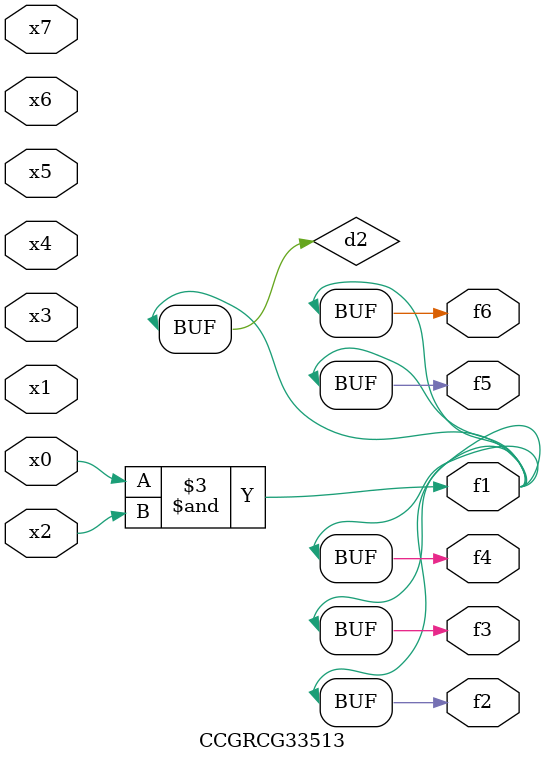
<source format=v>
module CCGRCG33513(
	input x0, x1, x2, x3, x4, x5, x6, x7,
	output f1, f2, f3, f4, f5, f6
);

	wire d1, d2;

	nor (d1, x3, x6);
	and (d2, x0, x2);
	assign f1 = d2;
	assign f2 = d2;
	assign f3 = d2;
	assign f4 = d2;
	assign f5 = d2;
	assign f6 = d2;
endmodule

</source>
